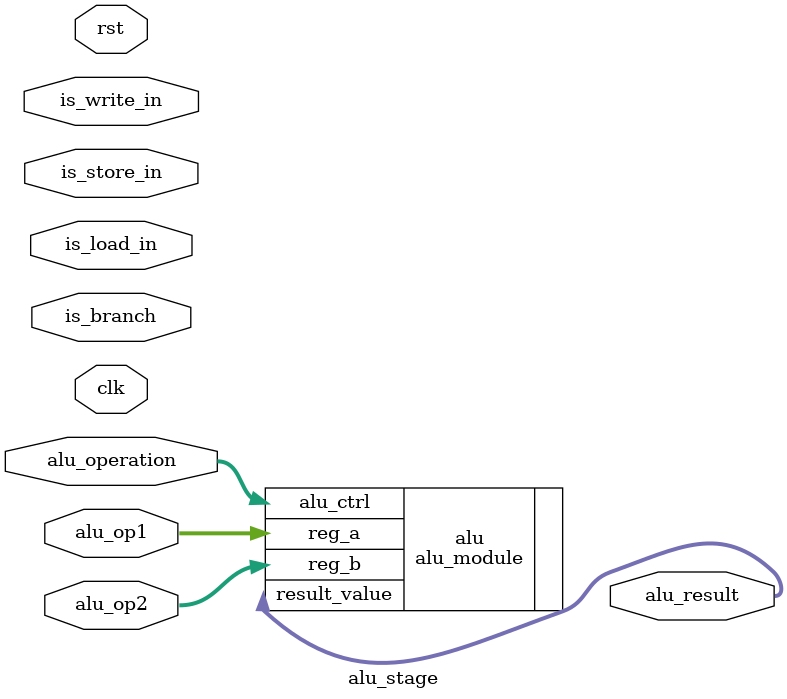
<source format=v>
module alu_stage(
    input  wire        clk,
    input  wire        rst,

    input  wire [31:0] alu_op1,
    input  wire [31:0] alu_op2,
    input  wire [3:0]  alu_operation,

    input wire is_write_in,
    input wire is_store_in,
    input wire is_load_in,
    input wire is_branch,
    
    output wire [31:0] alu_result

);


alu_module alu(
    .reg_a      ( alu_op1 ),
    .reg_b      ( alu_op2 ),
    .alu_ctrl   ( alu_operation ),
    .result_value ( alu_result )
    );



endmodule
</source>
